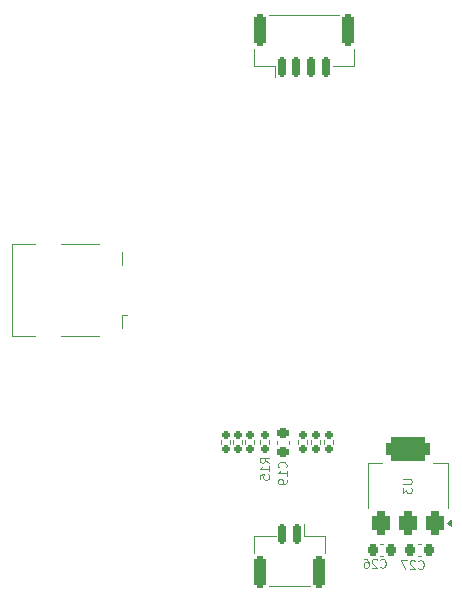
<source format=gbo>
G04 #@! TF.GenerationSoftware,KiCad,Pcbnew,8.0.1*
G04 #@! TF.CreationDate,2024-05-30T23:43:01+05:00*
G04 #@! TF.ProjectId,6_layer_MCU,365f6c61-7965-4725-9f4d-43552e6b6963,rev?*
G04 #@! TF.SameCoordinates,Original*
G04 #@! TF.FileFunction,Legend,Bot*
G04 #@! TF.FilePolarity,Positive*
%FSLAX46Y46*%
G04 Gerber Fmt 4.6, Leading zero omitted, Abs format (unit mm)*
G04 Created by KiCad (PCBNEW 8.0.1) date 2024-05-30 23:43:01*
%MOMM*%
%LPD*%
G01*
G04 APERTURE LIST*
G04 Aperture macros list*
%AMRoundRect*
0 Rectangle with rounded corners*
0 $1 Rounding radius*
0 $2 $3 $4 $5 $6 $7 $8 $9 X,Y pos of 4 corners*
0 Add a 4 corners polygon primitive as box body*
4,1,4,$2,$3,$4,$5,$6,$7,$8,$9,$2,$3,0*
0 Add four circle primitives for the rounded corners*
1,1,$1+$1,$2,$3*
1,1,$1+$1,$4,$5*
1,1,$1+$1,$6,$7*
1,1,$1+$1,$8,$9*
0 Add four rect primitives between the rounded corners*
20,1,$1+$1,$2,$3,$4,$5,0*
20,1,$1+$1,$4,$5,$6,$7,0*
20,1,$1+$1,$6,$7,$8,$9,0*
20,1,$1+$1,$8,$9,$2,$3,0*%
G04 Aperture macros list end*
%ADD10C,0.100000*%
%ADD11C,0.120000*%
%ADD12R,0.850000X0.850000*%
%ADD13O,0.850000X0.850000*%
%ADD14C,2.200000*%
%ADD15C,0.900000*%
%ADD16RoundRect,0.150000X0.150000X0.700000X-0.150000X0.700000X-0.150000X-0.700000X0.150000X-0.700000X0*%
%ADD17RoundRect,0.250000X0.250000X1.100000X-0.250000X1.100000X-0.250000X-1.100000X0.250000X-1.100000X0*%
%ADD18RoundRect,0.160000X-0.160000X0.197500X-0.160000X-0.197500X0.160000X-0.197500X0.160000X0.197500X0*%
%ADD19RoundRect,0.375000X0.375000X-0.625000X0.375000X0.625000X-0.375000X0.625000X-0.375000X-0.625000X0*%
%ADD20RoundRect,0.500000X1.400000X-0.500000X1.400000X0.500000X-1.400000X0.500000X-1.400000X-0.500000X0*%
%ADD21RoundRect,0.225000X0.225000X0.250000X-0.225000X0.250000X-0.225000X-0.250000X0.225000X-0.250000X0*%
%ADD22RoundRect,0.150000X-0.150000X-0.700000X0.150000X-0.700000X0.150000X0.700000X-0.150000X0.700000X0*%
%ADD23RoundRect,0.250000X-0.250000X-1.100000X0.250000X-1.100000X0.250000X1.100000X-0.250000X1.100000X0*%
%ADD24RoundRect,0.225000X-0.225000X-0.250000X0.225000X-0.250000X0.225000X0.250000X-0.225000X0.250000X0*%
%ADD25RoundRect,0.225000X0.250000X-0.225000X0.250000X0.225000X-0.250000X0.225000X-0.250000X-0.225000X0*%
%ADD26C,1.000000*%
%ADD27R,2.000000X0.500000*%
%ADD28R,1.700000X2.000000*%
%ADD29C,0.600000*%
%ADD30C,0.700000*%
G04 APERTURE END LIST*
D10*
X161691764Y-116708570D02*
X162298907Y-116708570D01*
X162298907Y-116708570D02*
X162370335Y-116744284D01*
X162370335Y-116744284D02*
X162406050Y-116779999D01*
X162406050Y-116779999D02*
X162441764Y-116851427D01*
X162441764Y-116851427D02*
X162441764Y-116994284D01*
X162441764Y-116994284D02*
X162406050Y-117065713D01*
X162406050Y-117065713D02*
X162370335Y-117101427D01*
X162370335Y-117101427D02*
X162298907Y-117137141D01*
X162298907Y-117137141D02*
X161691764Y-117137141D01*
X161691764Y-117422855D02*
X161691764Y-117887141D01*
X161691764Y-117887141D02*
X161977478Y-117637141D01*
X161977478Y-117637141D02*
X161977478Y-117744284D01*
X161977478Y-117744284D02*
X162013192Y-117815713D01*
X162013192Y-117815713D02*
X162048907Y-117851427D01*
X162048907Y-117851427D02*
X162120335Y-117887141D01*
X162120335Y-117887141D02*
X162298907Y-117887141D01*
X162298907Y-117887141D02*
X162370335Y-117851427D01*
X162370335Y-117851427D02*
X162406050Y-117815713D01*
X162406050Y-117815713D02*
X162441764Y-117744284D01*
X162441764Y-117744284D02*
X162441764Y-117529998D01*
X162441764Y-117529998D02*
X162406050Y-117458570D01*
X162406050Y-117458570D02*
X162370335Y-117422855D01*
X150341764Y-115317856D02*
X149984621Y-115067856D01*
X150341764Y-114889285D02*
X149591764Y-114889285D01*
X149591764Y-114889285D02*
X149591764Y-115174999D01*
X149591764Y-115174999D02*
X149627478Y-115246428D01*
X149627478Y-115246428D02*
X149663192Y-115282142D01*
X149663192Y-115282142D02*
X149734621Y-115317856D01*
X149734621Y-115317856D02*
X149841764Y-115317856D01*
X149841764Y-115317856D02*
X149913192Y-115282142D01*
X149913192Y-115282142D02*
X149948907Y-115246428D01*
X149948907Y-115246428D02*
X149984621Y-115174999D01*
X149984621Y-115174999D02*
X149984621Y-114889285D01*
X150341764Y-116032142D02*
X150341764Y-115603571D01*
X150341764Y-115817856D02*
X149591764Y-115817856D01*
X149591764Y-115817856D02*
X149698907Y-115746428D01*
X149698907Y-115746428D02*
X149770335Y-115674999D01*
X149770335Y-115674999D02*
X149806050Y-115603571D01*
X149591764Y-116710714D02*
X149591764Y-116353571D01*
X149591764Y-116353571D02*
X149948907Y-116317857D01*
X149948907Y-116317857D02*
X149913192Y-116353571D01*
X149913192Y-116353571D02*
X149877478Y-116425000D01*
X149877478Y-116425000D02*
X149877478Y-116603571D01*
X149877478Y-116603571D02*
X149913192Y-116675000D01*
X149913192Y-116675000D02*
X149948907Y-116710714D01*
X149948907Y-116710714D02*
X150020335Y-116746428D01*
X150020335Y-116746428D02*
X150198907Y-116746428D01*
X150198907Y-116746428D02*
X150270335Y-116710714D01*
X150270335Y-116710714D02*
X150306050Y-116675000D01*
X150306050Y-116675000D02*
X150341764Y-116603571D01*
X150341764Y-116603571D02*
X150341764Y-116425000D01*
X150341764Y-116425000D02*
X150306050Y-116353571D01*
X150306050Y-116353571D02*
X150270335Y-116317857D01*
X162982144Y-124250334D02*
X163017858Y-124286049D01*
X163017858Y-124286049D02*
X163125001Y-124321763D01*
X163125001Y-124321763D02*
X163196429Y-124321763D01*
X163196429Y-124321763D02*
X163303572Y-124286049D01*
X163303572Y-124286049D02*
X163375001Y-124214620D01*
X163375001Y-124214620D02*
X163410715Y-124143191D01*
X163410715Y-124143191D02*
X163446429Y-124000334D01*
X163446429Y-124000334D02*
X163446429Y-123893191D01*
X163446429Y-123893191D02*
X163410715Y-123750334D01*
X163410715Y-123750334D02*
X163375001Y-123678906D01*
X163375001Y-123678906D02*
X163303572Y-123607477D01*
X163303572Y-123607477D02*
X163196429Y-123571763D01*
X163196429Y-123571763D02*
X163125001Y-123571763D01*
X163125001Y-123571763D02*
X163017858Y-123607477D01*
X163017858Y-123607477D02*
X162982144Y-123643191D01*
X162696429Y-123643191D02*
X162660715Y-123607477D01*
X162660715Y-123607477D02*
X162589287Y-123571763D01*
X162589287Y-123571763D02*
X162410715Y-123571763D01*
X162410715Y-123571763D02*
X162339287Y-123607477D01*
X162339287Y-123607477D02*
X162303572Y-123643191D01*
X162303572Y-123643191D02*
X162267858Y-123714620D01*
X162267858Y-123714620D02*
X162267858Y-123786049D01*
X162267858Y-123786049D02*
X162303572Y-123893191D01*
X162303572Y-123893191D02*
X162732144Y-124321763D01*
X162732144Y-124321763D02*
X162267858Y-124321763D01*
X162017858Y-123571763D02*
X161517858Y-123571763D01*
X161517858Y-123571763D02*
X161839286Y-124321763D01*
X159782143Y-124150335D02*
X159817857Y-124186050D01*
X159817857Y-124186050D02*
X159925000Y-124221764D01*
X159925000Y-124221764D02*
X159996428Y-124221764D01*
X159996428Y-124221764D02*
X160103571Y-124186050D01*
X160103571Y-124186050D02*
X160175000Y-124114621D01*
X160175000Y-124114621D02*
X160210714Y-124043192D01*
X160210714Y-124043192D02*
X160246428Y-123900335D01*
X160246428Y-123900335D02*
X160246428Y-123793192D01*
X160246428Y-123793192D02*
X160210714Y-123650335D01*
X160210714Y-123650335D02*
X160175000Y-123578907D01*
X160175000Y-123578907D02*
X160103571Y-123507478D01*
X160103571Y-123507478D02*
X159996428Y-123471764D01*
X159996428Y-123471764D02*
X159925000Y-123471764D01*
X159925000Y-123471764D02*
X159817857Y-123507478D01*
X159817857Y-123507478D02*
X159782143Y-123543192D01*
X159496428Y-123543192D02*
X159460714Y-123507478D01*
X159460714Y-123507478D02*
X159389286Y-123471764D01*
X159389286Y-123471764D02*
X159210714Y-123471764D01*
X159210714Y-123471764D02*
X159139286Y-123507478D01*
X159139286Y-123507478D02*
X159103571Y-123543192D01*
X159103571Y-123543192D02*
X159067857Y-123614621D01*
X159067857Y-123614621D02*
X159067857Y-123686050D01*
X159067857Y-123686050D02*
X159103571Y-123793192D01*
X159103571Y-123793192D02*
X159532143Y-124221764D01*
X159532143Y-124221764D02*
X159067857Y-124221764D01*
X158425000Y-123471764D02*
X158567857Y-123471764D01*
X158567857Y-123471764D02*
X158639285Y-123507478D01*
X158639285Y-123507478D02*
X158675000Y-123543192D01*
X158675000Y-123543192D02*
X158746428Y-123650335D01*
X158746428Y-123650335D02*
X158782142Y-123793192D01*
X158782142Y-123793192D02*
X158782142Y-124078907D01*
X158782142Y-124078907D02*
X158746428Y-124150335D01*
X158746428Y-124150335D02*
X158710714Y-124186050D01*
X158710714Y-124186050D02*
X158639285Y-124221764D01*
X158639285Y-124221764D02*
X158496428Y-124221764D01*
X158496428Y-124221764D02*
X158425000Y-124186050D01*
X158425000Y-124186050D02*
X158389285Y-124150335D01*
X158389285Y-124150335D02*
X158353571Y-124078907D01*
X158353571Y-124078907D02*
X158353571Y-123900335D01*
X158353571Y-123900335D02*
X158389285Y-123828907D01*
X158389285Y-123828907D02*
X158425000Y-123793192D01*
X158425000Y-123793192D02*
X158496428Y-123757478D01*
X158496428Y-123757478D02*
X158639285Y-123757478D01*
X158639285Y-123757478D02*
X158710714Y-123793192D01*
X158710714Y-123793192D02*
X158746428Y-123828907D01*
X158746428Y-123828907D02*
X158782142Y-123900335D01*
X151770335Y-115717857D02*
X151806050Y-115682143D01*
X151806050Y-115682143D02*
X151841764Y-115575000D01*
X151841764Y-115575000D02*
X151841764Y-115503572D01*
X151841764Y-115503572D02*
X151806050Y-115396429D01*
X151806050Y-115396429D02*
X151734621Y-115325000D01*
X151734621Y-115325000D02*
X151663192Y-115289286D01*
X151663192Y-115289286D02*
X151520335Y-115253572D01*
X151520335Y-115253572D02*
X151413192Y-115253572D01*
X151413192Y-115253572D02*
X151270335Y-115289286D01*
X151270335Y-115289286D02*
X151198907Y-115325000D01*
X151198907Y-115325000D02*
X151127478Y-115396429D01*
X151127478Y-115396429D02*
X151091764Y-115503572D01*
X151091764Y-115503572D02*
X151091764Y-115575000D01*
X151091764Y-115575000D02*
X151127478Y-115682143D01*
X151127478Y-115682143D02*
X151163192Y-115717857D01*
X151841764Y-116432143D02*
X151841764Y-116003572D01*
X151841764Y-116217857D02*
X151091764Y-116217857D01*
X151091764Y-116217857D02*
X151198907Y-116146429D01*
X151198907Y-116146429D02*
X151270335Y-116075000D01*
X151270335Y-116075000D02*
X151306050Y-116003572D01*
X151841764Y-116789286D02*
X151841764Y-116932143D01*
X151841764Y-116932143D02*
X151806050Y-117003572D01*
X151806050Y-117003572D02*
X151770335Y-117039286D01*
X151770335Y-117039286D02*
X151663192Y-117110715D01*
X151663192Y-117110715D02*
X151520335Y-117146429D01*
X151520335Y-117146429D02*
X151234621Y-117146429D01*
X151234621Y-117146429D02*
X151163192Y-117110715D01*
X151163192Y-117110715D02*
X151127478Y-117075001D01*
X151127478Y-117075001D02*
X151091764Y-117003572D01*
X151091764Y-117003572D02*
X151091764Y-116860715D01*
X151091764Y-116860715D02*
X151127478Y-116789286D01*
X151127478Y-116789286D02*
X151163192Y-116753572D01*
X151163192Y-116753572D02*
X151234621Y-116717858D01*
X151234621Y-116717858D02*
X151413192Y-116717858D01*
X151413192Y-116717858D02*
X151484621Y-116753572D01*
X151484621Y-116753572D02*
X151520335Y-116789286D01*
X151520335Y-116789286D02*
X151556050Y-116860715D01*
X151556050Y-116860715D02*
X151556050Y-117003572D01*
X151556050Y-117003572D02*
X151520335Y-117075001D01*
X151520335Y-117075001D02*
X151484621Y-117110715D01*
X151484621Y-117110715D02*
X151413192Y-117146429D01*
D11*
X149115000Y-121490000D02*
X149115000Y-122940000D01*
X150385000Y-125759999D02*
X153815000Y-125759999D01*
X150915000Y-121490000D02*
X149115000Y-121490000D01*
X153285000Y-120500000D02*
X153285000Y-121490000D01*
X153285000Y-121490000D02*
X155085000Y-121490000D01*
X155085000Y-121490000D02*
X155085000Y-122940000D01*
X147319999Y-113767621D02*
X147319999Y-113432379D01*
X148080001Y-113767621D02*
X148080001Y-113432379D01*
X158690000Y-115369999D02*
X158689999Y-119129999D01*
X159949999Y-115369999D02*
X158690000Y-115369999D01*
X164250001Y-115369999D02*
X165510000Y-115369999D01*
X165510000Y-115369999D02*
X165510001Y-119129999D01*
X165740000Y-120649999D02*
X165410000Y-120409999D01*
X165740000Y-120169999D01*
X165740000Y-120649999D01*
G36*
X165740000Y-120649999D02*
G01*
X165410000Y-120409999D01*
X165740000Y-120169999D01*
X165740000Y-120649999D01*
G37*
X148319999Y-113767621D02*
X148319999Y-113432379D01*
X149080001Y-113767621D02*
X149080001Y-113432379D01*
X149619999Y-113767621D02*
X149619999Y-113432379D01*
X150380001Y-113767621D02*
X150380001Y-113432379D01*
X155019999Y-113767621D02*
X155019999Y-113432379D01*
X155780001Y-113767621D02*
X155780001Y-113432379D01*
X162959420Y-122169999D02*
X163240582Y-122169999D01*
X162959420Y-123189999D02*
X163240582Y-123189999D01*
X153919999Y-113767621D02*
X153919999Y-113432379D01*
X154680001Y-113767621D02*
X154680001Y-113432379D01*
X149065000Y-81710000D02*
X149065000Y-80260000D01*
X150865000Y-81710001D02*
X149065000Y-81710000D01*
X150865000Y-82700000D02*
X150865000Y-81710001D01*
X155735000Y-81710001D02*
X157535000Y-81710000D01*
X156265000Y-77440000D02*
X150335000Y-77440000D01*
X157535000Y-81710000D02*
X157535000Y-80260000D01*
X160040581Y-122170000D02*
X159759419Y-122170000D01*
X160040581Y-123190000D02*
X159759419Y-123190000D01*
X146319999Y-113767621D02*
X146319999Y-113432379D01*
X147080001Y-113767621D02*
X147080001Y-113432379D01*
X150990000Y-113459419D02*
X150990000Y-113740581D01*
X152010000Y-113459419D02*
X152010000Y-113740581D01*
X152819999Y-113767621D02*
X152819999Y-113432379D01*
X153580001Y-113767621D02*
X153580001Y-113432379D01*
X128565000Y-104610000D02*
X128565000Y-96790000D01*
X130515001Y-96790000D02*
X128565000Y-96790000D01*
X130515001Y-104610000D02*
X128565000Y-104610000D01*
X135965002Y-96790000D02*
X132735001Y-96790000D01*
X135965002Y-104610000D02*
X132735001Y-104610000D01*
X137885001Y-97509999D02*
X137885001Y-98590000D01*
X137885001Y-102810000D02*
X137885001Y-103890001D01*
X138315001Y-102810000D02*
X137885001Y-102810000D01*
%LPC*%
D12*
X133500000Y-89300000D03*
D13*
X134500000Y-89300000D03*
X135500001Y-89300000D03*
X136500000Y-89300000D03*
X137500000Y-89300000D03*
D14*
X168843488Y-117413150D03*
X137023683Y-85593345D03*
D15*
X130145000Y-99100000D03*
X130145000Y-102100000D03*
X148170000Y-120700000D03*
X156170000Y-120700000D03*
D12*
X141700000Y-118500000D03*
D13*
X140700000Y-118500000D03*
D14*
X168843488Y-85593345D03*
X137023683Y-117413150D03*
D16*
X152725000Y-121350000D03*
X151475000Y-121350000D03*
D17*
X154575000Y-124550000D03*
X149625000Y-124550000D03*
D18*
X147700000Y-113002500D03*
X147700000Y-114197500D03*
D19*
X164400000Y-120429999D03*
X162100000Y-120429998D03*
D20*
X162100000Y-114130000D03*
D19*
X159800000Y-120429999D03*
D18*
X148700000Y-113002500D03*
X148700000Y-114197500D03*
X150000000Y-113002500D03*
X150000000Y-114197500D03*
X155400000Y-113002500D03*
X155400000Y-114197500D03*
D21*
X163875001Y-122679999D03*
X162325001Y-122679999D03*
D18*
X154300000Y-113002500D03*
X154300000Y-114197500D03*
D22*
X151425000Y-81850000D03*
X152675000Y-81850000D03*
X153925000Y-81850000D03*
X155175000Y-81850000D03*
D23*
X149575000Y-78650000D03*
X157025000Y-78650000D03*
D24*
X159125000Y-122680000D03*
X160675000Y-122680000D03*
D18*
X146700000Y-113002500D03*
X146700000Y-114197500D03*
D25*
X151500000Y-114375000D03*
X151500000Y-112825000D03*
D18*
X153200000Y-113002500D03*
X153200000Y-114197500D03*
D26*
X134475001Y-102900000D03*
X134475001Y-98500000D03*
D27*
X137175001Y-102300000D03*
X137175001Y-101500000D03*
X137175001Y-100700000D03*
X137175001Y-99900000D03*
X137175001Y-99100000D03*
D28*
X131625001Y-105150000D03*
X137075001Y-105150000D03*
X131625001Y-96250000D03*
X137075001Y-96250000D03*
D29*
X170600000Y-99900000D03*
X147600000Y-102400000D03*
X141200000Y-102000000D03*
X139100000Y-99700000D03*
X142600000Y-89100000D03*
X142100000Y-91300000D03*
X141800000Y-89621750D03*
X140700000Y-88700000D03*
X143200000Y-79400000D03*
X141000000Y-80300000D03*
X153200000Y-88100000D03*
X156200000Y-83900000D03*
X152800000Y-93100000D03*
X155600000Y-97400000D03*
X154500000Y-108100000D03*
X168300000Y-93200000D03*
X135800000Y-114000000D03*
X138700000Y-108900000D03*
X168200000Y-95300000D03*
X139900000Y-110600000D03*
X147400000Y-90500000D03*
X150500000Y-86800000D03*
X142600000Y-98600000D03*
X163300000Y-110100000D03*
D30*
X150200000Y-108600000D03*
D29*
X134400000Y-105500000D03*
X150500000Y-106700000D03*
D30*
X151385737Y-111942896D03*
D29*
X162800000Y-89800000D03*
X133300000Y-103600000D03*
X164500000Y-118500000D03*
X142400000Y-87700000D03*
X159286708Y-88000000D03*
X130200000Y-108200000D03*
X158900000Y-99413292D03*
X165000000Y-122000000D03*
X148100000Y-83900000D03*
X158308885Y-84908885D03*
X138900000Y-96102944D03*
X164400000Y-89500000D03*
X135700000Y-99100000D03*
X158800000Y-107200000D03*
X137400000Y-109800000D03*
X161000000Y-95200000D03*
X151300000Y-119800000D03*
X162385786Y-79802944D03*
X143800000Y-97100000D03*
X158100000Y-122235844D03*
X139900000Y-105300000D03*
X140000000Y-101300000D03*
X143800000Y-94800000D03*
X165700000Y-110199999D03*
X169902500Y-114600000D03*
X160100000Y-107700000D03*
X143300000Y-88600000D03*
X151500219Y-93793700D03*
X157500000Y-107100000D03*
X160500000Y-111900000D03*
X166204163Y-81358579D03*
X162100000Y-111900000D03*
X160500000Y-111900000D03*
X163900000Y-111900000D03*
X160500000Y-112700000D03*
X160400000Y-94600000D03*
D30*
X152356561Y-111905430D03*
D29*
X137600000Y-109100000D03*
X160500000Y-112700000D03*
X161300000Y-112700000D03*
X163000000Y-111900000D03*
X160500000Y-96900000D03*
X139900000Y-84800000D03*
X161300000Y-111900000D03*
X151200000Y-103300000D03*
X130400000Y-109600000D03*
X162100000Y-112700000D03*
X163900000Y-112700000D03*
X161300000Y-112700000D03*
X163900000Y-111900000D03*
X156300000Y-114400000D03*
X147900000Y-88000000D03*
X162100000Y-112700000D03*
X163000000Y-111900000D03*
X162100000Y-111900000D03*
X144600000Y-94500000D03*
X133100000Y-98200000D03*
X169802500Y-111300000D03*
X149600000Y-85800000D03*
X161300000Y-111900000D03*
X145800000Y-114400000D03*
X157500000Y-86200000D03*
X163900000Y-112700000D03*
X138500000Y-110600000D03*
X137100000Y-110500000D03*
X163000000Y-112700000D03*
X163000000Y-112700000D03*
D30*
X139000000Y-101525003D03*
X139000000Y-100625000D03*
D29*
X154700000Y-98600000D03*
D30*
X170400000Y-98900000D03*
X147600000Y-101600000D03*
D29*
X159300000Y-102900000D03*
D30*
X170100000Y-97800000D03*
X154741750Y-106900000D03*
X150300000Y-99100000D03*
X155300000Y-83900000D03*
X153500000Y-87200000D03*
X149479364Y-98020636D03*
D29*
X153213342Y-100786658D03*
X143242228Y-90815544D03*
X142800000Y-89800000D03*
X150477531Y-93713070D03*
X146700000Y-111900000D03*
X153200000Y-111800000D03*
D30*
X150443841Y-111894842D03*
D29*
X147700000Y-111900000D03*
D30*
X149100000Y-108100000D03*
X149550003Y-112000000D03*
D29*
X148700000Y-111900000D03*
X155400000Y-111800000D03*
X154300000Y-111800000D03*
X152900000Y-90700000D03*
X167700000Y-104800000D03*
X150337365Y-96162635D03*
X156600000Y-97400000D03*
X148300000Y-96900000D03*
X147722227Y-94477773D03*
X148950899Y-86586921D03*
X139800000Y-88600000D03*
X155500000Y-98300000D03*
X143057000Y-97761929D03*
X144700000Y-103400000D03*
X149716218Y-95541489D03*
X149723271Y-93979707D03*
X145400000Y-101500000D03*
X142200000Y-107100000D03*
X142232885Y-108832885D03*
X145600000Y-88900000D03*
X151500000Y-90900000D03*
X151459620Y-92040380D03*
X141700000Y-80900000D03*
X150625661Y-96955099D03*
X145400000Y-104400000D03*
X144800000Y-99800000D03*
X141500000Y-102700000D03*
X151400000Y-93000000D03*
X142700000Y-80100000D03*
%LPD*%
M02*

</source>
